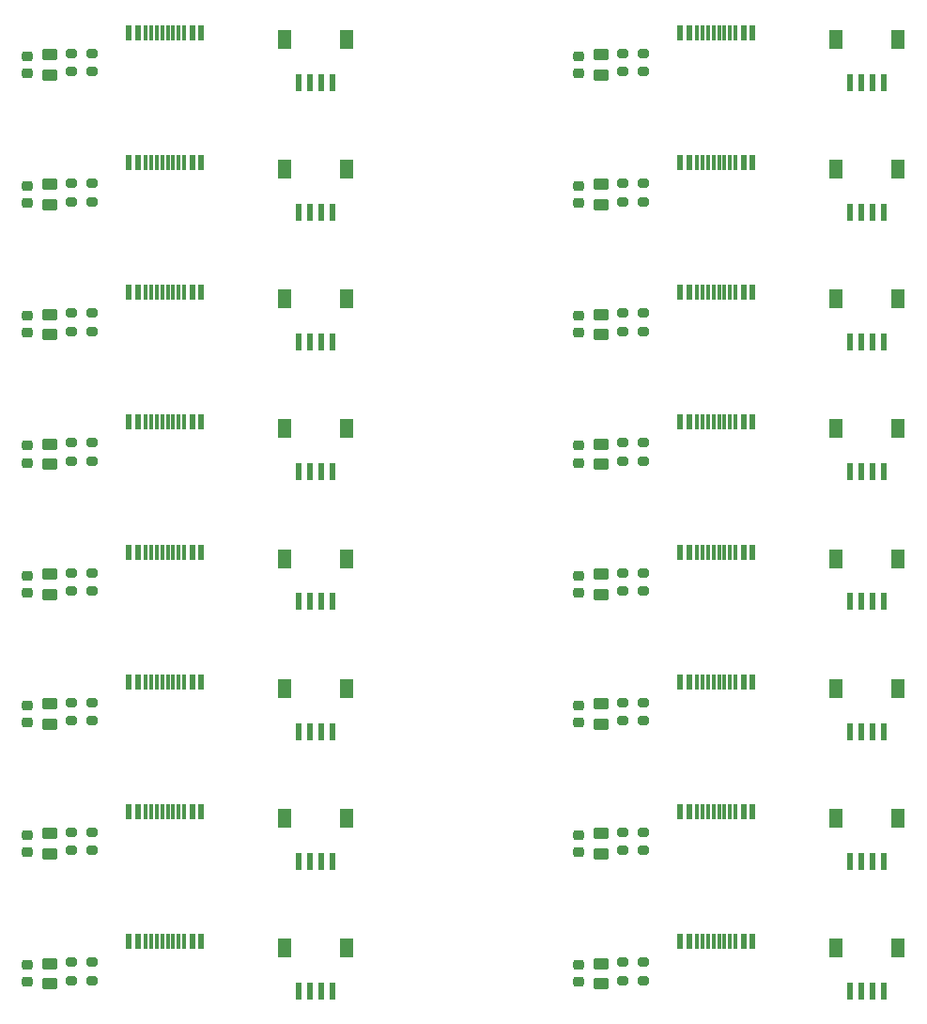
<source format=gbp>
%TF.GenerationSoftware,KiCad,Pcbnew,(6.0.5)*%
%TF.CreationDate,2022-06-04T14:03:13+08:00*%
%TF.ProjectId,panel,70616e65-6c2e-46b6-9963-61645f706362,rev?*%
%TF.SameCoordinates,Original*%
%TF.FileFunction,Paste,Bot*%
%TF.FilePolarity,Positive*%
%FSLAX46Y46*%
G04 Gerber Fmt 4.6, Leading zero omitted, Abs format (unit mm)*
G04 Created by KiCad (PCBNEW (6.0.5)) date 2022-06-04 14:03:13*
%MOMM*%
%LPD*%
G01*
G04 APERTURE LIST*
G04 Aperture macros list*
%AMRoundRect*
0 Rectangle with rounded corners*
0 $1 Rounding radius*
0 $2 $3 $4 $5 $6 $7 $8 $9 X,Y pos of 4 corners*
0 Add a 4 corners polygon primitive as box body*
4,1,4,$2,$3,$4,$5,$6,$7,$8,$9,$2,$3,0*
0 Add four circle primitives for the rounded corners*
1,1,$1+$1,$2,$3*
1,1,$1+$1,$4,$5*
1,1,$1+$1,$6,$7*
1,1,$1+$1,$8,$9*
0 Add four rect primitives between the rounded corners*
20,1,$1+$1,$2,$3,$4,$5,0*
20,1,$1+$1,$4,$5,$6,$7,0*
20,1,$1+$1,$6,$7,$8,$9,0*
20,1,$1+$1,$8,$9,$2,$3,0*%
G04 Aperture macros list end*
%ADD10R,0.575000X1.450000*%
%ADD11R,0.300000X1.450000*%
%ADD12RoundRect,0.225000X-0.250000X0.225000X-0.250000X-0.225000X0.250000X-0.225000X0.250000X0.225000X0*%
%ADD13RoundRect,0.200000X0.275000X-0.200000X0.275000X0.200000X-0.275000X0.200000X-0.275000X-0.200000X0*%
%ADD14RoundRect,0.249999X-0.450001X0.262501X-0.450001X-0.262501X0.450001X-0.262501X0.450001X0.262501X0*%
%ADD15R,0.600000X1.550000*%
%ADD16R,1.200000X1.800000*%
G04 APERTURE END LIST*
D10*
%TO.C,J1*%
X98273648Y-108205000D03*
X97498648Y-108205000D03*
D11*
X96798648Y-108205000D03*
X96298648Y-108205000D03*
X95798648Y-108205000D03*
X95298648Y-108205000D03*
X94798648Y-108205000D03*
X94298648Y-108205000D03*
X93798648Y-108205000D03*
X93298648Y-108205000D03*
D10*
X92598648Y-108205000D03*
X91823648Y-108205000D03*
%TD*%
%TO.C,J1*%
X48573648Y-108205000D03*
X47798648Y-108205000D03*
D11*
X47098648Y-108205000D03*
X46598648Y-108205000D03*
X46098648Y-108205000D03*
X45598648Y-108205000D03*
X45098648Y-108205000D03*
X44598648Y-108205000D03*
X44098648Y-108205000D03*
X43598648Y-108205000D03*
D10*
X42898648Y-108205000D03*
X42123648Y-108205000D03*
%TD*%
%TO.C,J1*%
X98273648Y-96505000D03*
X97498648Y-96505000D03*
D11*
X96798648Y-96505000D03*
X96298648Y-96505000D03*
X95798648Y-96505000D03*
X95298648Y-96505000D03*
X94798648Y-96505000D03*
X94298648Y-96505000D03*
X93798648Y-96505000D03*
X93298648Y-96505000D03*
D10*
X92598648Y-96505000D03*
X91823648Y-96505000D03*
%TD*%
%TO.C,J1*%
X48573648Y-96505000D03*
X47798648Y-96505000D03*
D11*
X47098648Y-96505000D03*
X46598648Y-96505000D03*
X46098648Y-96505000D03*
X45598648Y-96505000D03*
X45098648Y-96505000D03*
X44598648Y-96505000D03*
X44098648Y-96505000D03*
X43598648Y-96505000D03*
D10*
X42898648Y-96505000D03*
X42123648Y-96505000D03*
%TD*%
%TO.C,J1*%
X98273648Y-84805000D03*
X97498648Y-84805000D03*
D11*
X96798648Y-84805000D03*
X96298648Y-84805000D03*
X95798648Y-84805000D03*
X95298648Y-84805000D03*
X94798648Y-84805000D03*
X94298648Y-84805000D03*
X93798648Y-84805000D03*
X93298648Y-84805000D03*
D10*
X92598648Y-84805000D03*
X91823648Y-84805000D03*
%TD*%
%TO.C,J1*%
X48573648Y-84805000D03*
X47798648Y-84805000D03*
D11*
X47098648Y-84805000D03*
X46598648Y-84805000D03*
X46098648Y-84805000D03*
X45598648Y-84805000D03*
X45098648Y-84805000D03*
X44598648Y-84805000D03*
X44098648Y-84805000D03*
X43598648Y-84805000D03*
D10*
X42898648Y-84805000D03*
X42123648Y-84805000D03*
%TD*%
%TO.C,J1*%
X98273648Y-73105000D03*
X97498648Y-73105000D03*
D11*
X96798648Y-73105000D03*
X96298648Y-73105000D03*
X95798648Y-73105000D03*
X95298648Y-73105000D03*
X94798648Y-73105000D03*
X94298648Y-73105000D03*
X93798648Y-73105000D03*
X93298648Y-73105000D03*
D10*
X92598648Y-73105000D03*
X91823648Y-73105000D03*
%TD*%
%TO.C,J1*%
X48573648Y-73105000D03*
X47798648Y-73105000D03*
D11*
X47098648Y-73105000D03*
X46598648Y-73105000D03*
X46098648Y-73105000D03*
X45598648Y-73105000D03*
X45098648Y-73105000D03*
X44598648Y-73105000D03*
X44098648Y-73105000D03*
X43598648Y-73105000D03*
D10*
X42898648Y-73105000D03*
X42123648Y-73105000D03*
%TD*%
%TO.C,J1*%
X98273648Y-61405000D03*
X97498648Y-61405000D03*
D11*
X96798648Y-61405000D03*
X96298648Y-61405000D03*
X95798648Y-61405000D03*
X95298648Y-61405000D03*
X94798648Y-61405000D03*
X94298648Y-61405000D03*
X93798648Y-61405000D03*
X93298648Y-61405000D03*
D10*
X92598648Y-61405000D03*
X91823648Y-61405000D03*
%TD*%
%TO.C,J1*%
X48573648Y-61405000D03*
X47798648Y-61405000D03*
D11*
X47098648Y-61405000D03*
X46598648Y-61405000D03*
X46098648Y-61405000D03*
X45598648Y-61405000D03*
X45098648Y-61405000D03*
X44598648Y-61405000D03*
X44098648Y-61405000D03*
X43598648Y-61405000D03*
D10*
X42898648Y-61405000D03*
X42123648Y-61405000D03*
%TD*%
%TO.C,J1*%
X98273648Y-49705000D03*
X97498648Y-49705000D03*
D11*
X96798648Y-49705000D03*
X96298648Y-49705000D03*
X95798648Y-49705000D03*
X95298648Y-49705000D03*
X94798648Y-49705000D03*
X94298648Y-49705000D03*
X93798648Y-49705000D03*
X93298648Y-49705000D03*
D10*
X92598648Y-49705000D03*
X91823648Y-49705000D03*
%TD*%
%TO.C,J1*%
X48573648Y-49705000D03*
X47798648Y-49705000D03*
D11*
X47098648Y-49705000D03*
X46598648Y-49705000D03*
X46098648Y-49705000D03*
X45598648Y-49705000D03*
X45098648Y-49705000D03*
X44598648Y-49705000D03*
X44098648Y-49705000D03*
X43598648Y-49705000D03*
D10*
X42898648Y-49705000D03*
X42123648Y-49705000D03*
%TD*%
%TO.C,J1*%
X98273648Y-38005000D03*
X97498648Y-38005000D03*
D11*
X96798648Y-38005000D03*
X96298648Y-38005000D03*
X95798648Y-38005000D03*
X95298648Y-38005000D03*
X94798648Y-38005000D03*
X94298648Y-38005000D03*
X93798648Y-38005000D03*
X93298648Y-38005000D03*
D10*
X92598648Y-38005000D03*
X91823648Y-38005000D03*
%TD*%
%TO.C,J1*%
X48573648Y-38005000D03*
X47798648Y-38005000D03*
D11*
X47098648Y-38005000D03*
X46598648Y-38005000D03*
X46098648Y-38005000D03*
X45598648Y-38005000D03*
X45098648Y-38005000D03*
X44598648Y-38005000D03*
X44098648Y-38005000D03*
X43598648Y-38005000D03*
D10*
X42898648Y-38005000D03*
X42123648Y-38005000D03*
%TD*%
%TO.C,J1*%
X98273648Y-26305000D03*
X97498648Y-26305000D03*
D11*
X96798648Y-26305000D03*
X96298648Y-26305000D03*
X95798648Y-26305000D03*
X95298648Y-26305000D03*
X94798648Y-26305000D03*
X94298648Y-26305000D03*
X93798648Y-26305000D03*
X93298648Y-26305000D03*
D10*
X92598648Y-26305000D03*
X91823648Y-26305000D03*
%TD*%
%TO.C,J1*%
X42123648Y-26305000D03*
X42898648Y-26305000D03*
D11*
X43598648Y-26305000D03*
X44098648Y-26305000D03*
X44598648Y-26305000D03*
X45098648Y-26305000D03*
X45598648Y-26305000D03*
X46098648Y-26305000D03*
X46598648Y-26305000D03*
X47098648Y-26305000D03*
D10*
X47798648Y-26305000D03*
X48573648Y-26305000D03*
%TD*%
D12*
%TO.C,C1*%
X82648648Y-63525000D03*
X82648648Y-65075000D03*
%TD*%
D13*
%TO.C,R1*%
X86648648Y-76625000D03*
X86648648Y-74975000D03*
%TD*%
D12*
%TO.C,C1*%
X32948648Y-110325000D03*
X32948648Y-111875000D03*
%TD*%
%TO.C,C1*%
X32948648Y-98625000D03*
X32948648Y-100175000D03*
%TD*%
D13*
%TO.C,R2*%
X38748648Y-76625000D03*
X38748648Y-74975000D03*
%TD*%
D12*
%TO.C,C1*%
X82648648Y-98625000D03*
X82648648Y-100175000D03*
%TD*%
D14*
%TO.C,R3*%
X34948648Y-51687500D03*
X34948648Y-53512500D03*
%TD*%
%TO.C,R3*%
X34948648Y-75087500D03*
X34948648Y-76912500D03*
%TD*%
%TO.C,R3*%
X34948648Y-63387500D03*
X34948648Y-65212500D03*
%TD*%
D15*
%TO.C,J2*%
X107148648Y-112675000D03*
X108148648Y-112675000D03*
X109148648Y-112675000D03*
X110148648Y-112675000D03*
D16*
X105848648Y-108800000D03*
X111448648Y-108800000D03*
%TD*%
D13*
%TO.C,R2*%
X88448648Y-100025000D03*
X88448648Y-98375000D03*
%TD*%
D14*
%TO.C,R3*%
X34948648Y-98487500D03*
X34948648Y-100312500D03*
%TD*%
D13*
%TO.C,R2*%
X38748648Y-64925000D03*
X38748648Y-63275000D03*
%TD*%
%TO.C,R2*%
X88448648Y-53225000D03*
X88448648Y-51575000D03*
%TD*%
D14*
%TO.C,R3*%
X84648648Y-98487500D03*
X84648648Y-100312500D03*
%TD*%
D13*
%TO.C,R2*%
X38748648Y-100025000D03*
X38748648Y-98375000D03*
%TD*%
D12*
%TO.C,C1*%
X32948648Y-51825000D03*
X32948648Y-53375000D03*
%TD*%
%TO.C,C1*%
X82648648Y-40125000D03*
X82648648Y-41675000D03*
%TD*%
D14*
%TO.C,R3*%
X84648648Y-51687500D03*
X84648648Y-53512500D03*
%TD*%
D15*
%TO.C,J2*%
X57448648Y-54175000D03*
X58448648Y-54175000D03*
X59448648Y-54175000D03*
X60448648Y-54175000D03*
D16*
X56148648Y-50300000D03*
X61748648Y-50300000D03*
%TD*%
D12*
%TO.C,C1*%
X82648648Y-51825000D03*
X82648648Y-53375000D03*
%TD*%
D15*
%TO.C,J2*%
X107148648Y-89275000D03*
X108148648Y-89275000D03*
X109148648Y-89275000D03*
X110148648Y-89275000D03*
D16*
X105848648Y-85400000D03*
X111448648Y-85400000D03*
%TD*%
D15*
%TO.C,J2*%
X57448648Y-89275000D03*
X58448648Y-89275000D03*
X59448648Y-89275000D03*
X60448648Y-89275000D03*
D16*
X56148648Y-85400000D03*
X61748648Y-85400000D03*
%TD*%
D14*
%TO.C,R3*%
X84648648Y-86787500D03*
X84648648Y-88612500D03*
%TD*%
D13*
%TO.C,R2*%
X38748648Y-88325000D03*
X38748648Y-86675000D03*
%TD*%
D14*
%TO.C,R3*%
X84648648Y-28287500D03*
X84648648Y-30112500D03*
%TD*%
D13*
%TO.C,R1*%
X86648648Y-100025000D03*
X86648648Y-98375000D03*
%TD*%
%TO.C,R2*%
X88448648Y-76625000D03*
X88448648Y-74975000D03*
%TD*%
D15*
%TO.C,J2*%
X57448648Y-42475000D03*
X58448648Y-42475000D03*
X59448648Y-42475000D03*
X60448648Y-42475000D03*
D16*
X61748648Y-38600000D03*
X56148648Y-38600000D03*
%TD*%
D13*
%TO.C,R1*%
X86648648Y-41525000D03*
X86648648Y-39875000D03*
%TD*%
%TO.C,R2*%
X88448648Y-41525000D03*
X88448648Y-39875000D03*
%TD*%
D15*
%TO.C,J2*%
X57448648Y-100975000D03*
X58448648Y-100975000D03*
X59448648Y-100975000D03*
X60448648Y-100975000D03*
D16*
X56148648Y-97100000D03*
X61748648Y-97100000D03*
%TD*%
D14*
%TO.C,R3*%
X84648648Y-75087500D03*
X84648648Y-76912500D03*
%TD*%
D13*
%TO.C,R1*%
X86648648Y-53225000D03*
X86648648Y-51575000D03*
%TD*%
D15*
%TO.C,J2*%
X107148648Y-42475000D03*
X108148648Y-42475000D03*
X109148648Y-42475000D03*
X110148648Y-42475000D03*
D16*
X111448648Y-38600000D03*
X105848648Y-38600000D03*
%TD*%
D13*
%TO.C,R2*%
X38748648Y-29825000D03*
X38748648Y-28175000D03*
%TD*%
%TO.C,R2*%
X88448648Y-111725000D03*
X88448648Y-110075000D03*
%TD*%
D15*
%TO.C,J2*%
X57448648Y-77575000D03*
X58448648Y-77575000D03*
X59448648Y-77575000D03*
X60448648Y-77575000D03*
D16*
X56148648Y-73700000D03*
X61748648Y-73700000D03*
%TD*%
D13*
%TO.C,R1*%
X86648648Y-111725000D03*
X86648648Y-110075000D03*
%TD*%
%TO.C,R1*%
X36948648Y-88325000D03*
X36948648Y-86675000D03*
%TD*%
%TO.C,R1*%
X86648648Y-64925000D03*
X86648648Y-63275000D03*
%TD*%
%TO.C,R1*%
X36948648Y-53225000D03*
X36948648Y-51575000D03*
%TD*%
%TO.C,R1*%
X36948648Y-100025000D03*
X36948648Y-98375000D03*
%TD*%
D14*
%TO.C,R3*%
X34948648Y-86787500D03*
X34948648Y-88612500D03*
%TD*%
D13*
%TO.C,R1*%
X36948648Y-76625000D03*
X36948648Y-74975000D03*
%TD*%
D15*
%TO.C,J2*%
X107148648Y-30775000D03*
X108148648Y-30775000D03*
X109148648Y-30775000D03*
X110148648Y-30775000D03*
D16*
X105848648Y-26900000D03*
X111448648Y-26900000D03*
%TD*%
D14*
%TO.C,R3*%
X84648648Y-110187500D03*
X84648648Y-112012500D03*
%TD*%
%TO.C,R3*%
X34948648Y-28287500D03*
X34948648Y-30112500D03*
%TD*%
%TO.C,R3*%
X84648648Y-39987500D03*
X84648648Y-41812500D03*
%TD*%
%TO.C,R3*%
X34948648Y-39987500D03*
X34948648Y-41812500D03*
%TD*%
D12*
%TO.C,C1*%
X32948648Y-63525000D03*
X32948648Y-65075000D03*
%TD*%
D15*
%TO.C,J2*%
X57448648Y-30775000D03*
X58448648Y-30775000D03*
X59448648Y-30775000D03*
X60448648Y-30775000D03*
D16*
X56148648Y-26900000D03*
X61748648Y-26900000D03*
%TD*%
D12*
%TO.C,C1*%
X32948648Y-86925000D03*
X32948648Y-88475000D03*
%TD*%
D14*
%TO.C,R3*%
X84648648Y-63387500D03*
X84648648Y-65212500D03*
%TD*%
D13*
%TO.C,R2*%
X38748648Y-41525000D03*
X38748648Y-39875000D03*
%TD*%
D12*
%TO.C,C1*%
X32948648Y-28425000D03*
X32948648Y-29975000D03*
%TD*%
D14*
%TO.C,R3*%
X34948648Y-110187500D03*
X34948648Y-112012500D03*
%TD*%
D13*
%TO.C,R1*%
X86648648Y-88325000D03*
X86648648Y-86675000D03*
%TD*%
%TO.C,R1*%
X36948648Y-41525000D03*
X36948648Y-39875000D03*
%TD*%
%TO.C,R2*%
X38748648Y-53225000D03*
X38748648Y-51575000D03*
%TD*%
D15*
%TO.C,J2*%
X107148648Y-77575000D03*
X108148648Y-77575000D03*
X109148648Y-77575000D03*
X110148648Y-77575000D03*
D16*
X111448648Y-73700000D03*
X105848648Y-73700000D03*
%TD*%
D13*
%TO.C,R1*%
X36948648Y-64925000D03*
X36948648Y-63275000D03*
%TD*%
D12*
%TO.C,C1*%
X82648648Y-86925000D03*
X82648648Y-88475000D03*
%TD*%
D13*
%TO.C,R1*%
X86648648Y-29825000D03*
X86648648Y-28175000D03*
%TD*%
%TO.C,R1*%
X36948648Y-29825000D03*
X36948648Y-28175000D03*
%TD*%
%TO.C,R2*%
X88448648Y-88325000D03*
X88448648Y-86675000D03*
%TD*%
D12*
%TO.C,C1*%
X82648648Y-110325000D03*
X82648648Y-111875000D03*
%TD*%
D15*
%TO.C,J2*%
X107148648Y-100975000D03*
X108148648Y-100975000D03*
X109148648Y-100975000D03*
X110148648Y-100975000D03*
D16*
X111448648Y-97100000D03*
X105848648Y-97100000D03*
%TD*%
D13*
%TO.C,R2*%
X38748648Y-111725000D03*
X38748648Y-110075000D03*
%TD*%
%TO.C,R1*%
X36948648Y-111725000D03*
X36948648Y-110075000D03*
%TD*%
D15*
%TO.C,J2*%
X107148648Y-65875000D03*
X108148648Y-65875000D03*
X109148648Y-65875000D03*
X110148648Y-65875000D03*
D16*
X105848648Y-62000000D03*
X111448648Y-62000000D03*
%TD*%
D12*
%TO.C,C1*%
X82648648Y-75225000D03*
X82648648Y-76775000D03*
%TD*%
D13*
%TO.C,R2*%
X88448648Y-64925000D03*
X88448648Y-63275000D03*
%TD*%
D15*
%TO.C,J2*%
X107148648Y-54175000D03*
X108148648Y-54175000D03*
X109148648Y-54175000D03*
X110148648Y-54175000D03*
D16*
X105848648Y-50300000D03*
X111448648Y-50300000D03*
%TD*%
D15*
%TO.C,J2*%
X57448648Y-65875000D03*
X58448648Y-65875000D03*
X59448648Y-65875000D03*
X60448648Y-65875000D03*
D16*
X56148648Y-62000000D03*
X61748648Y-62000000D03*
%TD*%
D12*
%TO.C,C1*%
X82648648Y-28425000D03*
X82648648Y-29975000D03*
%TD*%
D15*
%TO.C,J2*%
X57448648Y-112675000D03*
X58448648Y-112675000D03*
X59448648Y-112675000D03*
X60448648Y-112675000D03*
D16*
X61748648Y-108800000D03*
X56148648Y-108800000D03*
%TD*%
D12*
%TO.C,C1*%
X32948648Y-75225000D03*
X32948648Y-76775000D03*
%TD*%
%TO.C,C1*%
X32948648Y-40125000D03*
X32948648Y-41675000D03*
%TD*%
D13*
%TO.C,R2*%
X88448648Y-29825000D03*
X88448648Y-28175000D03*
%TD*%
M02*

</source>
